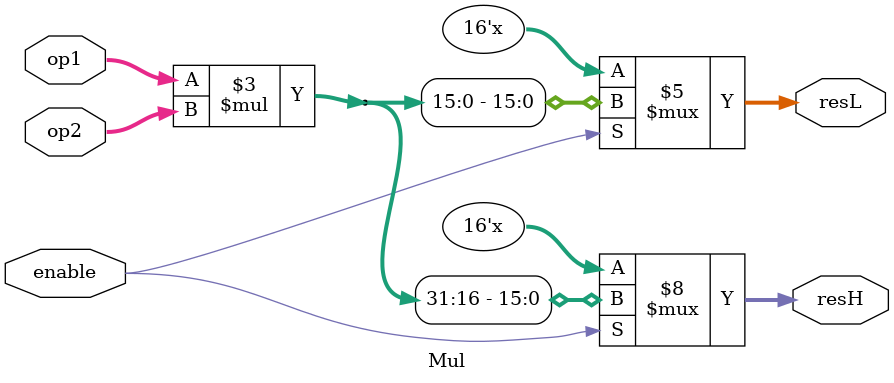
<source format=v>
module Mul (op1, op2, resH, resL, enable);
input [15:0] op1;
input [15:0] op2;
input  enable;
output reg [15:0] resH;
output reg [15:0] resL;
reg [31:0] result;

always @ (op1 or op2 or enable) begin

	if (enable == 1) begin
		
	result = op1*op2;
	resH[15:0] = result [31:16];
	resL[15:0] = result [15:0];
	
	end

end

endmodule
</source>
